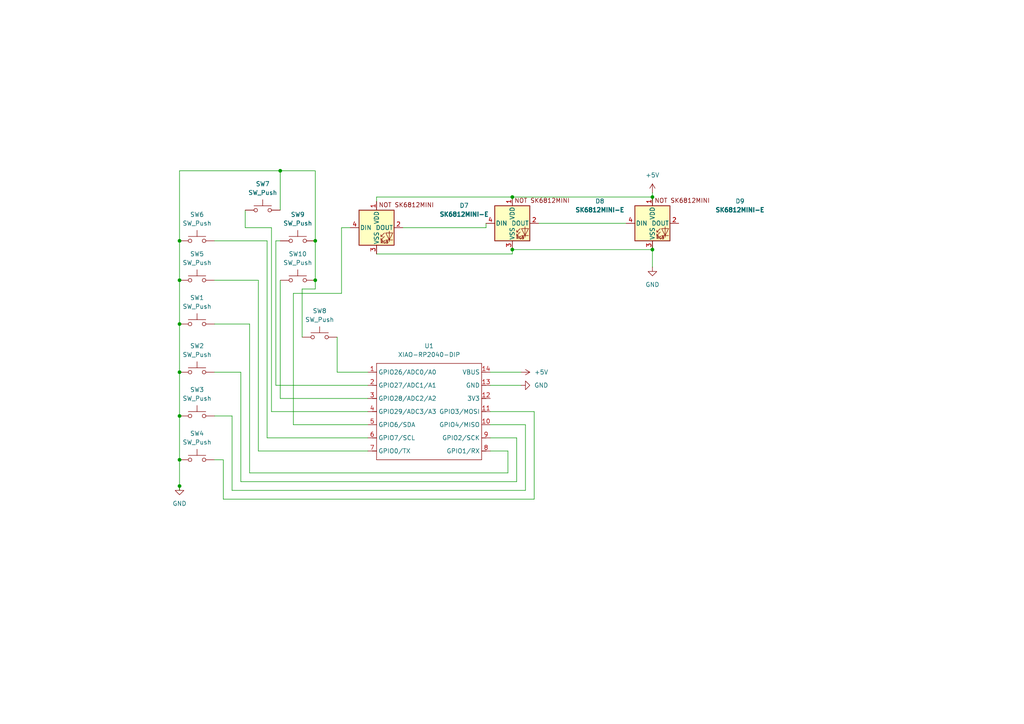
<source format=kicad_sch>
(kicad_sch (version 20250114) (generator "eeschema") (generator_version "9.0")
  (paper "A4")
  (lib_symbols
    (symbol "CAREE:SK6812MINI-E" (pin_names (offset 0.254))
      (property "Reference" "D" (at -3.556 5.842 0))
      (property "Value" "SK6812MINI-E" (at 1.27 -5.715 0))
      (symbol "SK6812MINI-E_0_0"
        (text "RGB" (at 2.286 -4.191 0) (effects (font (size 0.762 0.762))))
      )
      (symbol "SK6812MINI-E_0_1"
        (rectangle (start -5.08 5.08) (end 5.08 -5.08) (stroke (width 0.254)) (fill (type background)))
        (polyline (pts (xy 1.27 -2.54) (xy 1.778 -2.54)))
        (polyline (pts (xy 1.27 -3.556) (xy 1.778 -3.556)))
        (polyline (pts (xy 2.286 -1.524) (xy 1.27 -2.54) (xy 1.27 -2.032)))
        (polyline (pts (xy 2.286 -2.54) (xy 1.27 -3.556) (xy 1.27 -3.048)))
        (polyline (pts (xy 3.683 -1.016) (xy 3.683 -3.556) (xy 3.683 -4.064)))
        (polyline (pts (xy 4.699 -1.524) (xy 2.667 -1.524) (xy 3.683 -3.556) (xy 4.699 -1.524)))
        (polyline (pts (xy 4.699 -3.556) (xy 2.667 -3.556)))
      )
      (symbol "SK6812MINI-E_1_1"
        (text "NOT SK6812MINI" (at 8.636 6.604 0) (effects (font (size 1.27 1.27))))
        (pin input line (at -7.62 0 0) (length 2.54) (name "DIN") (number "4"))
        (pin power_in line (at 0 7.62 270) (length 2.54) (name "VDD") (number "1"))
        (pin power_in line (at 0 -7.62 90) (length 2.54) (name "VSS") (number "3"))
        (pin output line (at 7.62 0 180) (length 2.54) (name "DOUT") (number "2"))
      )
    )
    (symbol "OPL:XIAO-RP2040-DIP"
      (property "Reference" "U" (at 0 0 0))
      (property "Value" "XIAO-RP2040-DIP" (at 5.334 -1.778 0))
      (symbol "XIAO-RP2040-DIP_1_0"
        (polyline (pts (xy -1.27 -2.54) (xy 29.21 -2.54)) (stroke (width 0.1524)))
        (polyline (pts (xy -1.27 -5.08) (xy -2.54 -5.08)) (stroke (width 0.1524)))
        (polyline (pts (xy -1.27 -5.08) (xy -1.27 -2.54)) (stroke (width 0.1524)))
        (polyline (pts (xy -1.27 -8.89) (xy -2.54 -8.89)) (stroke (width 0.1524)))
        (polyline (pts (xy -1.27 -8.89) (xy -1.27 -5.08)) (stroke (width 0.1524)))
        (polyline (pts (xy -1.27 -12.7) (xy -2.54 -12.7)) (stroke (width 0.1524)))
        (polyline (pts (xy -1.27 -12.7) (xy -1.27 -8.89)) (stroke (width 0.1524)))
        (polyline (pts (xy -1.27 -16.51) (xy -2.54 -16.51)) (stroke (width 0.1524)))
        (polyline (pts (xy -1.27 -16.51) (xy -1.27 -12.7)) (stroke (width 0.1524)))
        (polyline (pts (xy -1.27 -20.32) (xy -2.54 -20.32)) (stroke (width 0.1524)))
        (polyline (pts (xy -1.27 -24.13) (xy -2.54 -24.13)) (stroke (width 0.1524)))
        (polyline (pts (xy -1.27 -27.94) (xy -2.54 -27.94)) (stroke (width 0.1524)))
        (polyline (pts (xy -1.27 -30.48) (xy -1.27 -16.51)) (stroke (width 0.1524)))
        (polyline (pts (xy 29.21 -2.54) (xy 29.21 -5.08)) (stroke (width 0.1524)))
        (polyline (pts (xy 29.21 -5.08) (xy 29.21 -8.89)) (stroke (width 0.1524)))
        (polyline (pts (xy 29.21 -8.89) (xy 29.21 -12.7)) (stroke (width 0.1524)))
        (polyline (pts (xy 29.21 -12.7) (xy 29.21 -30.48)) (stroke (width 0.1524)))
        (polyline (pts (xy 29.21 -30.48) (xy -1.27 -30.48)) (stroke (width 0.1524)))
        (polyline (pts (xy 30.48 -5.08) (xy 29.21 -5.08)) (stroke (width 0.1524)))
        (polyline (pts (xy 30.48 -8.89) (xy 29.21 -8.89)) (stroke (width 0.1524)))
        (polyline (pts (xy 30.48 -12.7) (xy 29.21 -12.7)) (stroke (width 0.1524)))
        (polyline (pts (xy 30.48 -16.51) (xy 29.21 -16.51)) (stroke (width 0.1524)))
        (polyline (pts (xy 30.48 -20.32) (xy 29.21 -20.32)) (stroke (width 0.1524)))
        (polyline (pts (xy 30.48 -24.13) (xy 29.21 -24.13)) (stroke (width 0.1524)))
        (polyline (pts (xy 30.48 -27.94) (xy 29.21 -27.94)) (stroke (width 0.1524)))
        (pin passive line (at -3.81 -5.08 0) (length 2.54) (name "GPIO26/ADC0/A0") (number "1"))
        (pin passive line (at -3.81 -8.89 0) (length 2.54) (name "GPIO27/ADC1/A1") (number "2"))
        (pin passive line (at -3.81 -12.7 0) (length 2.54) (name "GPIO28/ADC2/A2") (number "3"))
        (pin passive line (at -3.81 -16.51 0) (length 2.54) (name "GPIO29/ADC3/A3") (number "4"))
        (pin passive line (at -3.81 -20.32 0) (length 2.54) (name "GPIO6/SDA") (number "5"))
        (pin passive line (at -3.81 -24.13 0) (length 2.54) (name "GPIO7/SCL") (number "6"))
        (pin passive line (at -3.81 -27.94 0) (length 2.54) (name "GPIO0/TX") (number "7"))
        (pin passive line (at 31.75 -5.08 180) (length 2.54) (name "VBUS") (number "14"))
        (pin passive line (at 31.75 -8.89 180) (length 2.54) (name "GND") (number "13"))
        (pin passive line (at 31.75 -12.7 180) (length 2.54) (name "3V3") (number "12"))
        (pin passive line (at 31.75 -16.51 180) (length 2.54) (name "GPIO3/MOSI") (number "11"))
        (pin passive line (at 31.75 -20.32 180) (length 2.54) (name "GPIO4/MISO") (number "10"))
        (pin passive line (at 31.75 -24.13 180) (length 2.54) (name "GPIO2/SCK") (number "9"))
        (pin passive line (at 31.75 -27.94 180) (length 2.54) (name "GPIO1/RX") (number "8"))
      )
    )
    (symbol "Switch:SW_Push" (pin_numbers (hide yes)) (pin_names (offset 1.016) (hide yes))
      (property "Reference" "SW" (at 1.27 2.54 0))
      (property "Value" "SW_Push" (at 0 -1.524 0))
      (symbol "SW_Push_0_1"
        (circle (center -2.032 0) (radius 0.508))
        (polyline (pts (xy 0 1.27) (xy 0 3.048)))
        (circle (center 2.032 0) (radius 0.508))
        (polyline (pts (xy 2.54 1.27) (xy -2.54 1.27)))
        (pin passive line (at -5.08 0 0) (length 2.54) (name "1") (number "1"))
        (pin passive line (at 5.08 0 180) (length 2.54) (name "2") (number "2"))
      )
    )
    (symbol "power:+5V" (power) (pin_numbers (hide yes)) (pin_names (offset 0) (hide yes))
      (property "Value" "+5V" (at 0 3.556 0))
      (symbol "+5V_0_1"
        (polyline (pts (xy -0.762 1.27) (xy 0 2.54)))
        (polyline (pts (xy 0 2.54) (xy 0.762 1.27)))
        (polyline (pts (xy 0 0) (xy 0 2.54)))
      )
      (symbol "+5V_1_1"
        (pin power_in line (at 0 0 90) (length 0) (name "~") (number "1"))
      )
    )
    (symbol "power:GND" (power) (pin_numbers (hide yes)) (pin_names (offset 0) (hide yes))
      (property "Value" "GND" (at 0 -3.81 0))
      (symbol "GND_0_1"
        (polyline (pts (xy 0 0) (xy 0 -1.27) (xy 1.27 -1.27) (xy 0 -2.54) (xy -1.27 -1.27) (xy 0 -1.27)))
      )
      (symbol "GND_1_1"
        (pin power_in line (at 0 0 270) (length 0) (name "~") (number "1"))
      )
    )
  )
  (junction (at 52.07 140.97))
  (junction (at 148.59 57.15))
  (junction (at 52.07 93.98))
  (junction (at 91.44 81.28))
  (junction (at 91.44 69.85))
  (junction (at 52.07 81.28))
  (junction (at 52.07 120.65))
  (junction (at 189.23 72.39))
  (junction (at 52.07 133.35))
  (junction (at 148.59 72.39))
  (junction (at 189.23 57.15))
  (junction (at 52.07 69.85))
  (junction (at 52.07 107.95))
  (junction (at 81.28 49.53))
  (wire (pts (xy 142.24 111.76) (xy 151.13 111.76)))
  (wire (pts (xy 52.07 120.65) (xy 52.07 133.35)))
  (wire (pts (xy 52.07 49.53) (xy 52.07 69.85)))
  (wire (pts (xy 152.4 142.24) (xy 67.31 142.24)))
  (wire (pts (xy 64.77 144.78) (xy 64.77 133.35)))
  (wire (pts (xy 80.01 69.85) (xy 81.28 69.85)))
  (wire (pts (xy 52.07 107.95) (xy 52.07 120.65)))
  (wire (pts (xy 106.68 130.81) (xy 74.93 130.81)))
  (wire (pts (xy 149.86 127) (xy 149.86 139.7)))
  (wire (pts (xy 154.94 119.38) (xy 154.94 144.78)))
  (wire (pts (xy 149.86 139.7) (xy 69.85 139.7)))
  (wire (pts (xy 97.79 107.95) (xy 97.79 97.79)))
  (wire (pts (xy 52.07 49.53) (xy 81.28 49.53)))
  (wire (pts (xy 189.23 72.39) (xy 189.23 77.47)))
  (wire (pts (xy 189.23 71.12) (xy 189.23 72.39)))
  (wire (pts (xy 87.63 97.79) (xy 87.63 83.82)))
  (wire (pts (xy 142.24 123.19) (xy 152.4 123.19)))
  (wire (pts (xy 62.23 107.95) (xy 69.85 107.95)))
  (wire (pts (xy 189.23 57.15) (xy 148.59 57.15)))
  (wire (pts (xy 81.28 60.96) (xy 81.28 49.53)))
  (wire (pts (xy 148.59 73.66) (xy 148.59 72.39)))
  (wire (pts (xy 52.07 69.85) (xy 52.07 81.28)))
  (wire (pts (xy 99.06 85.09) (xy 99.06 66.04)))
  (wire (pts (xy 72.39 93.98) (xy 62.23 93.98)))
  (wire (pts (xy 106.68 127) (xy 77.47 127)))
  (wire (pts (xy 189.23 57.15) (xy 189.23 58.42)))
  (wire (pts (xy 91.44 49.53) (xy 91.44 69.85)))
  (wire (pts (xy 52.07 93.98) (xy 52.07 107.95)))
  (wire (pts (xy 85.09 85.09) (xy 99.06 85.09)))
  (wire (pts (xy 74.93 130.81) (xy 74.93 81.28)))
  (wire (pts (xy 85.09 123.19) (xy 85.09 85.09)))
  (wire (pts (xy 116.84 66.04) (xy 140.97 66.04)))
  (wire (pts (xy 147.32 137.16) (xy 72.39 137.16)))
  (wire (pts (xy 106.68 115.57) (xy 81.28 115.57)))
  (wire (pts (xy 156.21 64.77) (xy 181.61 64.77)))
  (wire (pts (xy 99.06 66.04) (xy 101.6 66.04)))
  (wire (pts (xy 62.23 69.85) (xy 77.47 69.85)))
  (wire (pts (xy 147.32 130.81) (xy 147.32 137.16)))
  (wire (pts (xy 81.28 49.53) (xy 91.44 49.53)))
  (wire (pts (xy 87.63 83.82) (xy 91.44 83.82)))
  (wire (pts (xy 72.39 137.16) (xy 72.39 93.98)))
  (wire (pts (xy 142.24 119.38) (xy 154.94 119.38)))
  (wire (pts (xy 109.22 73.66) (xy 148.59 73.66)))
  (wire (pts (xy 148.59 72.39) (xy 189.23 72.39)))
  (wire (pts (xy 189.23 55.88) (xy 189.23 57.15)))
  (wire (pts (xy 69.85 139.7) (xy 69.85 107.95)))
  (wire (pts (xy 78.74 119.38) (xy 78.74 66.04)))
  (wire (pts (xy 109.22 57.15) (xy 109.22 58.42)))
  (wire (pts (xy 81.28 115.57) (xy 81.28 81.28)))
  (wire (pts (xy 67.31 120.65) (xy 62.23 120.65)))
  (wire (pts (xy 106.68 111.76) (xy 80.01 111.76)))
  (wire (pts (xy 142.24 127) (xy 149.86 127)))
  (wire (pts (xy 154.94 144.78) (xy 64.77 144.78)))
  (wire (pts (xy 151.13 107.95) (xy 142.24 107.95)))
  (wire (pts (xy 91.44 69.85) (xy 91.44 81.28)))
  (wire (pts (xy 152.4 123.19) (xy 152.4 142.24)))
  (wire (pts (xy 52.07 81.28) (xy 52.07 93.98)))
  (wire (pts (xy 106.68 119.38) (xy 78.74 119.38)))
  (wire (pts (xy 80.01 111.76) (xy 80.01 69.85)))
  (wire (pts (xy 78.74 66.04) (xy 71.12 66.04)))
  (wire (pts (xy 67.31 142.24) (xy 67.31 120.65)))
  (wire (pts (xy 71.12 66.04) (xy 71.12 60.96)))
  (wire (pts (xy 77.47 127) (xy 77.47 69.85)))
  (wire (pts (xy 52.07 133.35) (xy 52.07 140.97)))
  (wire (pts (xy 106.68 107.95) (xy 97.79 107.95)))
  (wire (pts (xy 52.07 140.97) (xy 52.07 142.24)))
  (wire (pts (xy 142.24 130.81) (xy 147.32 130.81)))
  (wire (pts (xy 140.97 66.04) (xy 140.97 64.77)))
  (wire (pts (xy 91.44 81.28) (xy 91.44 83.82)))
  (wire (pts (xy 106.68 123.19) (xy 85.09 123.19)))
  (wire (pts (xy 64.77 133.35) (xy 62.23 133.35)))
  (wire (pts (xy 62.23 81.28) (xy 74.93 81.28)))
  (wire (pts (xy 148.59 57.15) (xy 109.22 57.15)))
  (symbol (lib_id "Switch:SW_Push") (at 57.15 133.35 0) (unit 1)
    (property "Reference" "SW4" (at 57.15 125.73 0))
    (property "Value" "SW_Push" (at 57.15 128.27 0))
    (property "Footprint" "Button_Switch_Keyboard:SW_Cherry_MX_1.00u_PCB" (effects (hide yes)))
    (property "Description" "Push button switch, generic, two pins" (effects (hide yes)))
  )
  (symbol (lib_id "power:GND") (at 189.23 77.47 0) (unit 1)
    (property "Reference" "#PWR02" (effects (hide yes)))
    (property "Value" "GND" (at 189.23 82.55 0))
    (property "Description" "Power symbol creates a global label with name \"GND\" , ground" (effects (hide yes)))
  )
  (symbol (lib_id "Switch:SW_Push") (at 92.71 97.79 0) (unit 1)
    (property "Reference" "SW8" (at 92.71 90.17 0))
    (property "Value" "SW_Push" (at 92.71 92.71 0))
    (property "Footprint" "Button_Switch_Keyboard:SW_Cherry_MX_1.00u_PCB" (effects (hide yes)))
    (property "Description" "Push button switch, generic, two pins" (effects (hide yes)))
  )
  (symbol (lib_id "Switch:SW_Push") (at 57.15 81.28 0) (unit 1)
    (property "Reference" "SW5" (at 57.15 73.66 0))
    (property "Value" "SW_Push" (at 57.15 76.2 0))
    (property "Footprint" "Button_Switch_Keyboard:SW_Cherry_MX_1.00u_PCB" (effects (hide yes)))
    (property "Description" "Push button switch, generic, two pins" (effects (hide yes)))
  )
  (symbol (lib_id "Switch:SW_Push") (at 86.36 81.28 0) (unit 1)
    (property "Reference" "SW10" (at 86.36 73.66 0))
    (property "Value" "SW_Push" (at 86.36 76.2 0))
    (property "Footprint" "Button_Switch_Keyboard:SW_Cherry_MX_1.00u_PCB" (effects (hide yes)))
    (property "Description" "Push button switch, generic, two pins" (effects (hide yes)))
  )
  (symbol (lib_id "power:GND") (at 52.07 140.97 0) (unit 1)
    (property "Reference" "#PWR01" (effects (hide yes)))
    (property "Value" "GND" (at 52.07 146.05 0))
    (property "Description" "Power symbol creates a global label with name \"GND\" , ground" (effects (hide yes)))
  )
  (symbol (lib_id "Switch:SW_Push") (at 57.15 107.95 0) (unit 1)
    (property "Reference" "SW2" (at 57.15 100.33 0))
    (property "Value" "SW_Push" (at 57.15 102.87 0))
    (property "Footprint" "Button_Switch_Keyboard:SW_Cherry_MX_1.00u_PCB" (effects (hide yes)))
    (property "Description" "Push button switch, generic, two pins" (effects (hide yes)))
  )
  (symbol (lib_id "CAREE:SK6812MINI-E") (at 148.59 64.77 0) (unit 1)
    (property "Reference" "D8" (at 173.99 58.3498 0))
    (property "Value" "SK6812MINI-E" (at 173.99 60.8899 0) (effects (font (thickness 0.254) (bold yes))))
    (property "Footprint" "LED_SMD:LED_SK6812MINI_PLCC4_3.5x3.5mm_P1.75mm" (effects (hide yes)))
    (property "Datasheet" "https://cdn-shop.adafruit.com/product-files/4960/4960_SK6812MINI-E_REV02_EN.pdf" (effects (hide yes)))
    (property "Description" "RGB LED with integrated controller" (effects (hide yes)))
  )
  (symbol (lib_id "Switch:SW_Push") (at 57.15 69.85 0) (unit 1)
    (property "Reference" "SW6" (at 57.15 62.23 0))
    (property "Value" "SW_Push" (at 57.15 64.77 0))
    (property "Footprint" "Button_Switch_Keyboard:SW_Cherry_MX_1.00u_PCB" (effects (hide yes)))
    (property "Description" "Push button switch, generic, two pins" (effects (hide yes)))
  )
  (symbol (lib_id "CAREE:SK6812MINI-E") (at 109.22 66.04 0) (unit 1)
    (property "Reference" "D7" (at 134.62 59.6198 0))
    (property "Value" "SK6812MINI-E" (at 134.62 62.1599 0) (effects (font (thickness 0.254) (bold yes))))
    (property "Footprint" "LED_SMD:LED_SK6812MINI_PLCC4_3.5x3.5mm_P1.75mm" (effects (hide yes)))
    (property "Datasheet" "https://cdn-shop.adafruit.com/product-files/4960/4960_SK6812MINI-E_REV02_EN.pdf" (effects (hide yes)))
    (property "Description" "RGB LED with integrated controller" (effects (hide yes)))
  )
  (symbol (lib_id "power:+5V") (at 151.13 107.95 270) (unit 1)
    (property "Reference" "#PWR05" (effects (hide yes)))
    (property "Value" "+5V" (at 154.94 107.9499 90) (effects (justify left)))
    (property "Description" "Power symbol creates a global label with name \"+5V\"" (effects (hide yes)))
  )
  (symbol (lib_id "CAREE:SK6812MINI-E") (at 189.23 64.77 0) (unit 1)
    (property "Reference" "D9" (at 214.63 58.3498 0))
    (property "Value" "SK6812MINI-E" (at 214.63 60.8899 0) (effects (font (thickness 0.254) (bold yes))))
    (property "Footprint" "LED_SMD:LED_SK6812MINI_PLCC4_3.5x3.5mm_P1.75mm" (effects (hide yes)))
    (property "Datasheet" "https://cdn-shop.adafruit.com/product-files/4960/4960_SK6812MINI-E_REV02_EN.pdf" (effects (hide yes)))
    (property "Description" "RGB LED with integrated controller" (effects (hide yes)))
  )
  (symbol (lib_id "OPL:XIAO-RP2040-DIP") (at 110.49 102.87 0) (unit 1)
    (property "Reference" "U1" (at 124.46 100.33 0))
    (property "Value" "XIAO-RP2040-DIP" (at 124.46 102.87 0))
    (property "Footprint" "OPL:XIAO-RP2040-DIP" (effects (hide yes)))
  )
  (symbol (lib_id "Switch:SW_Push") (at 57.15 93.98 0) (unit 1)
    (property "Reference" "SW1" (at 57.15 86.36 0))
    (property "Value" "SW_Push" (at 57.15 88.9 0))
    (property "Footprint" "Button_Switch_Keyboard:SW_Cherry_MX_1.00u_PCB" (effects (hide yes)))
    (property "Description" "Push button switch, generic, two pins" (effects (hide yes)))
  )
  (symbol (lib_id "Switch:SW_Push") (at 86.36 69.85 0) (unit 1)
    (property "Reference" "SW9" (at 86.36 62.23 0))
    (property "Value" "SW_Push" (at 86.36 64.77 0))
    (property "Footprint" "Button_Switch_Keyboard:SW_Cherry_MX_1.00u_PCB" (effects (hide yes)))
    (property "Description" "Push button switch, generic, two pins" (effects (hide yes)))
  )
  (symbol (lib_id "power:+5V") (at 189.23 55.88 0) (unit 1)
    (property "Reference" "#PWR03" (effects (hide yes)))
    (property "Value" "+5V" (at 189.23 50.8 0))
    (property "Description" "Power symbol creates a global label with name \"+5V\"" (effects (hide yes)))
  )
  (symbol (lib_id "power:GND") (at 151.13 111.76 90) (unit 1)
    (property "Reference" "#PWR04" (effects (hide yes)))
    (property "Value" "GND" (at 154.94 111.7599 90) (effects (justify right)))
    (property "Description" "Power symbol creates a global label with name \"GND\" , ground" (effects (hide yes)))
  )
  (symbol (lib_id "Switch:SW_Push") (at 76.2 60.96 0) (unit 1)
    (property "Reference" "SW7" (at 76.2 53.34 0))
    (property "Value" "SW_Push" (at 76.2 55.88 0))
    (property "Footprint" "Button_Switch_Keyboard:SW_Cherry_MX_1.00u_PCB" (effects (hide yes)))
    (property "Description" "Push button switch, generic, two pins" (effects (hide yes)))
  )
  (symbol (lib_id "Switch:SW_Push") (at 57.15 120.65 0) (unit 1)
    (property "Reference" "SW3" (at 57.15 113.03 0))
    (property "Value" "SW_Push" (at 57.15 115.57 0))
    (property "Footprint" "Button_Switch_Keyboard:SW_Cherry_MX_1.00u_PCB" (effects (hide yes)))
    (property "Description" "Push button switch, generic, two pins" (effects (hide yes)))
  )
)
</source>
